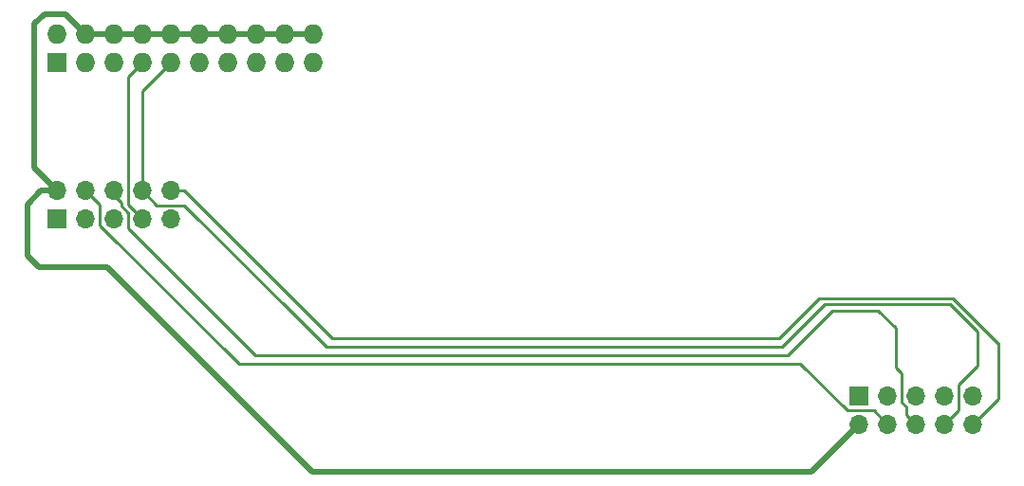
<source format=gbr>
G04 #@! TF.GenerationSoftware,KiCad,Pcbnew,5.1.5+dfsg1-2*
G04 #@! TF.CreationDate,2020-01-29T19:29:29+03:00*
G04 #@! TF.ProjectId,test-jig,74657374-2d6a-4696-972e-6b696361645f,rev?*
G04 #@! TF.SameCoordinates,Original*
G04 #@! TF.FileFunction,Copper,L2,Bot*
G04 #@! TF.FilePolarity,Positive*
%FSLAX46Y46*%
G04 Gerber Fmt 4.6, Leading zero omitted, Abs format (unit mm)*
G04 Created by KiCad (PCBNEW 5.1.5+dfsg1-2) date 2020-01-29 19:29:29*
%MOMM*%
%LPD*%
G04 APERTURE LIST*
%ADD10O,1.700000X1.700000*%
%ADD11R,1.700000X1.700000*%
%ADD12R,1.727200X1.727200*%
%ADD13O,1.727200X1.727200*%
%ADD14C,0.508000*%
%ADD15C,0.254000*%
G04 APERTURE END LIST*
D10*
X193093300Y-94320600D03*
X193093300Y-91780600D03*
X190553300Y-94320600D03*
X190553300Y-91780600D03*
X188013300Y-94320600D03*
X188013300Y-91780600D03*
X185473300Y-94320600D03*
X185473300Y-91780600D03*
X182933300Y-94320600D03*
D11*
X182933300Y-91780600D03*
D10*
X121540000Y-73460000D03*
X121540000Y-76000000D03*
X119000000Y-73460000D03*
X119000000Y-76000000D03*
X116460000Y-73460000D03*
X116460000Y-76000000D03*
X113920000Y-73460000D03*
X113920000Y-76000000D03*
X111380000Y-73460000D03*
D11*
X111380000Y-76000000D03*
D12*
X111380000Y-62000000D03*
D13*
X111380000Y-59460000D03*
X113920000Y-62000000D03*
X113920000Y-59460000D03*
X116460000Y-62000000D03*
X116460000Y-59460000D03*
X119000000Y-62000000D03*
X119000000Y-59460000D03*
X121540000Y-62000000D03*
X121540000Y-59460000D03*
X124080000Y-62000000D03*
X124080000Y-59460000D03*
X126620000Y-62000000D03*
X126620000Y-59460000D03*
X129160000Y-62000000D03*
X129160000Y-59460000D03*
X131700000Y-62000000D03*
X131700000Y-59460000D03*
X134240000Y-62000000D03*
X134240000Y-59460000D03*
D14*
X113920000Y-59460000D02*
X112118000Y-57658000D01*
X112118000Y-57658000D02*
X110236000Y-57658000D01*
X110236000Y-57658000D02*
X109347000Y-58547000D01*
X109347000Y-71427000D02*
X111380000Y-73460000D01*
X109347000Y-58547000D02*
X109347000Y-71427000D01*
X113920000Y-59460000D02*
X134240000Y-59460000D01*
X178701900Y-98552000D02*
X182933300Y-94320600D01*
X115824000Y-80264000D02*
X134112000Y-98552000D01*
X111380000Y-73460000D02*
X109928000Y-73460000D01*
X109928000Y-73460000D02*
X108712000Y-74676000D01*
X134112000Y-98552000D02*
X178701900Y-98552000D01*
X108712000Y-74676000D02*
X108712000Y-79248000D01*
X108712000Y-79248000D02*
X109728000Y-80264000D01*
X109728000Y-80264000D02*
X115824000Y-80264000D01*
D15*
X185473300Y-94320600D02*
X184243700Y-93091000D01*
X181864000Y-93091000D02*
X177673000Y-88900000D01*
X177673000Y-88900000D02*
X127635000Y-88900000D01*
X184243700Y-93091000D02*
X181864000Y-93091000D01*
X115189000Y-74729000D02*
X115189000Y-76581000D01*
X113920000Y-73460000D02*
X115189000Y-74729000D01*
X127635000Y-88900000D02*
X115189000Y-76581000D01*
X187163301Y-93470601D02*
X188013300Y-94320600D01*
X187163301Y-92802301D02*
X187163301Y-93470601D01*
X186690000Y-92329000D02*
X187163301Y-92802301D01*
X186182000Y-89281000D02*
X186690000Y-89789000D01*
X186690000Y-89789000D02*
X186690000Y-92329000D01*
X186182000Y-85725000D02*
X186182000Y-89281000D01*
X184594500Y-84137500D02*
X186182000Y-85725000D01*
X180657500Y-84137500D02*
X180530500Y-84137500D01*
X184594500Y-84137500D02*
X180657500Y-84137500D01*
X180530500Y-84137500D02*
X176530000Y-88138000D01*
X129032000Y-88138000D02*
X123952000Y-83058000D01*
X176530000Y-88138000D02*
X129032000Y-88138000D01*
X123952000Y-83058000D02*
X124587000Y-83693000D01*
X123952000Y-83058000D02*
X117729000Y-76835000D01*
X117094000Y-74803000D02*
X117729000Y-75438000D01*
X117729000Y-76835000D02*
X117729000Y-75438000D01*
X117094000Y-74803000D02*
X117094000Y-74485500D01*
X116460000Y-73851500D02*
X116460000Y-73460000D01*
X117094000Y-74485500D02*
X116460000Y-73851500D01*
X119000000Y-76000000D02*
X117729000Y-74729000D01*
X117729000Y-63271000D02*
X119000000Y-62000000D01*
X117729000Y-74729000D02*
X117729000Y-63271000D01*
X119000000Y-64540000D02*
X121540000Y-62000000D01*
X119000000Y-73460000D02*
X119000000Y-64540000D01*
X122682000Y-74739500D02*
X120279500Y-74739500D01*
X132588000Y-84582000D02*
X122682000Y-74739500D01*
X190553300Y-94320600D02*
X191403299Y-93470601D01*
X191008000Y-83566000D02*
X179832000Y-83566000D01*
X191403299Y-93470601D02*
X191403299Y-93457701D01*
X191403299Y-93457701D02*
X191833500Y-93027500D01*
X191833500Y-93027500D02*
X191833500Y-90741500D01*
X120279500Y-74739500D02*
X119000000Y-73460000D01*
X193484500Y-89090500D02*
X193484500Y-86042500D01*
X191833500Y-90741500D02*
X193484500Y-89090500D01*
X179832000Y-83566000D02*
X176022000Y-87376000D01*
X193484500Y-86042500D02*
X191008000Y-83566000D01*
X176022000Y-87376000D02*
X135382000Y-87376000D01*
X135382000Y-87376000D02*
X132588000Y-84582000D01*
X122742081Y-73460000D02*
X121540000Y-73460000D01*
X135134082Y-85852000D02*
X122742081Y-73460000D01*
X179324000Y-83058000D02*
X175768000Y-86614000D01*
X193093300Y-94320600D02*
X195389500Y-92024400D01*
X195389500Y-92024400D02*
X195389500Y-87058500D01*
X195389500Y-87058500D02*
X195262500Y-87058500D01*
X195262500Y-87058500D02*
X191262000Y-83058000D01*
X191262000Y-83058000D02*
X179324000Y-83058000D01*
X135890000Y-86614000D02*
X135128000Y-85852000D01*
X175768000Y-86614000D02*
X135890000Y-86614000D01*
X135128000Y-85852000D02*
X135134082Y-85852000D01*
M02*

</source>
